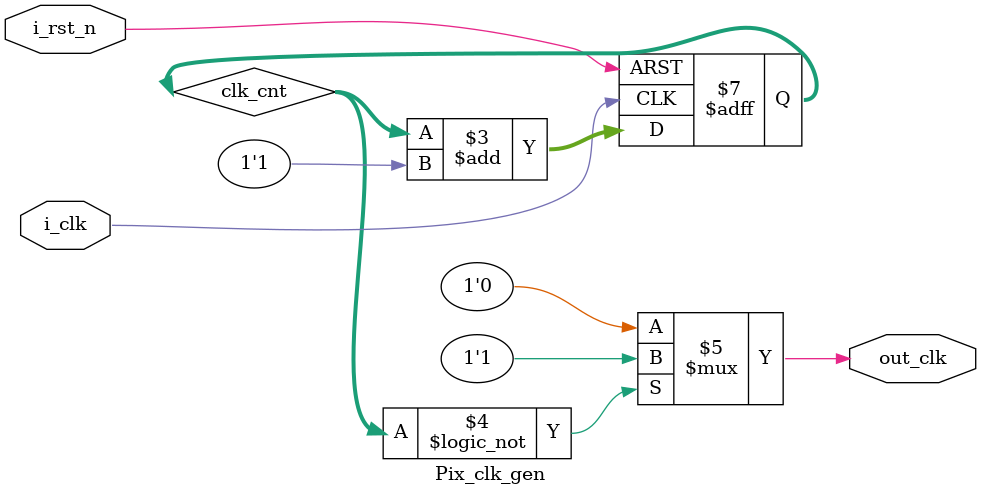
<source format=v>
`timescale 1ns / 1ps


module Pix_clk_gen(
    input i_clk,
    input i_rst_n , 
    output out_clk
    );
    reg [1:0] clk_cnt = 0 ;
    
    always @(posedge i_clk or negedge i_rst_n)
            begin
              if (i_rst_n==1'b0)
                    begin
                      clk_cnt <= 0;
                         end
                      else
                   begin      
                 clk_cnt <= clk_cnt + 1'b1 ;
               end
           end
       assign out_clk = (clk_cnt == 2'b00)?1'b1: 1'b0;
             
endmodule

</source>
